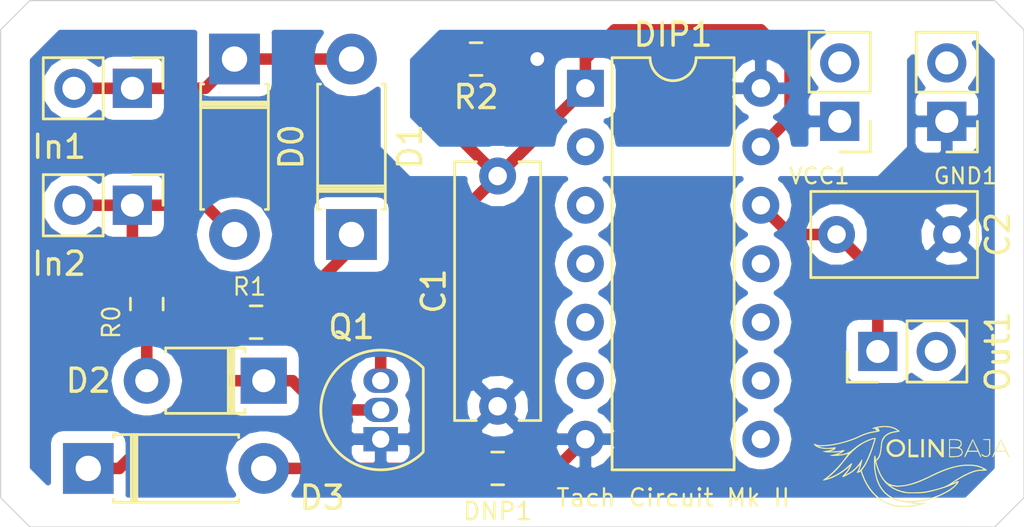
<source format=kicad_pcb>
(kicad_pcb (version 20211014) (generator pcbnew)
  (layers (0 "F.Cu" signal) (31 "B.Cu" signal) (34 "B.Paste" user) (35 "F.Paste" user) (36 "B.SilkS" user "B.Silkscreen") (37 "F.SilkS" user "F.Silkscreen") (38 "B.Mask" user) (39 "F.Mask" user) (44 "Edge.Cuts" user))
  (net 0 "")
  (net 1 "GND")
  (net 2 "Net-(C1-Pad1)")
  (net 3 "Net-(C2-Pad1)")
  (net 4 "Net-(D0-Pad2)")
  (net 5 "Net-(D0-Pad1)")
  (net 6 "Net-(D1-Pad1)")
  (net 7 "Net-(D2-Pad2)")
  (net 8 "Net-(D2-Pad1)")
  (net 9 "Net-(D3-Pad2)")
  (net 10 "Net-(DIP1-Pad9)")
  (net 11 "+5V")
  (net 12 "Net-(DIP1-Pad11)")
  (net 13 "Net-(DIP1-Pad10)")
  (net 14 "Net-(DIP1-Pad6)")
  (net 15 "Net-(DIP1-Pad5)")
  (net 16 "Net-(DIP1-Pad4)")
  (net 17 "Net-(DIP1-Pad3)")
  (net 18 "Net-(DIP1-Pad2)")
  (net 19 "Net-(DIP1-Pad8)")
  (footprint "Capacitor_THT:C_Rect_L11.0mm_W3.5mm_P10.00mm_MKT" (layer "F.Cu") (at 144.78 -99.06 -90)
    (fp_text reference "C1" (at 5 2.78 -90) (layer "F.SilkS"))
    (fp_text value "2200pF")
    (fp_line (start 10.62 0.925) (end 10.62 1.87) (layer "F.SilkS") (width 0.12))
    (fp_line (start -0.62 0.925) (end -0.62 1.87) (layer "F.SilkS") (width 0.12))
    (fp_line (start -0.62 1.87) (end 10.62 1.87) (layer "F.SilkS") (width 0.12))
    (fp_line (start 10.62 -1.87) (end 10.62 -0.925) (layer "F.SilkS") (width 0.12))
    (fp_line (start -0.62 -1.87) (end 10.62 -1.87) (layer "F.SilkS") (width 0.12))
    (fp_line (start -0.62 -1.87) (end -0.62 -0.925) (layer "F.SilkS") (width 0.12))
    (pad "1" thru_hole circle locked (at 0 0 270) (size 1.6 1.6) (drill 0.8) (layers *.Cu *.Mask) (net 2 "Net-(C1-Pad1)"))
    (pad "2" thru_hole circle locked (at 10 0 270) (size 1.6 1.6) (drill 0.8) (layers *.Cu *.Mask) (net 1 "GND"))
  )
  (footprint "Capacitor_THT:C_Rect_L7.0mm_W3.5mm_P5.00mm" (layer "F.Cu") (at 159.5 -96.52)
    (fp_text reference "C2" (at 7 0 90) (layer "F.SilkS"))
    (fp_text value "39nF")
    (fp_line (start -1.12 1.87) (end 6.12 1.87) (layer "F.SilkS") (width 0.12))
    (fp_line (start 6.12 -1.87) (end 6.12 1.87) (layer "F.SilkS") (width 0.12))
    (fp_line (start -1.12 -1.87) (end -1.12 1.87) (layer "F.SilkS") (width 0.12))
    (fp_line (start -1.12 -1.87) (end 6.12 -1.87) (layer "F.SilkS") (width 0.12))
    (pad "1" thru_hole circle locked (at 0 0) (size 1.6 1.6) (drill 0.8) (layers *.Cu *.Mask) (net 3 "Net-(C2-Pad1)"))
    (pad "2" thru_hole circle locked (at 5 0) (size 1.6 1.6) (drill 0.8) (layers *.Cu *.Mask) (net 1 "GND"))
  )
  (footprint "Diode_THT:D_DO-41_SOD81_P7.62mm_Horizontal" (layer "F.Cu") (at 133.35 -104.14 -90)
    (fp_text reference "D0" (at 3.81 -2.47 -90) (layer "F.SilkS"))
    (fp_text value "1N4007")
    (fp_line (start 1.99 -1.47) (end 1.99 1.47) (layer "F.SilkS") (width 0.12))
    (fp_line (start 2.11 -1.47) (end 2.11 1.47) (layer "F.SilkS") (width 0.12))
    (fp_line (start 1.09 1.47) (end 6.53 1.47) (layer "F.SilkS") (width 0.12))
    (fp_line (start 6.53 -1.47) (end 6.53 -1.34) (layer "F.SilkS") (width 0.12))
    (fp_line (start 6.53 1.47) (end 6.53 1.34) (layer "F.SilkS") (width 0.12))
    (fp_line (start 1.09 -1.47) (end 6.53 -1.47) (layer "F.SilkS") (width 0.12))
    (fp_line (start 1.87 -1.47) (end 1.87 1.47) (layer "F.SilkS") (width 0.12))
    (fp_line (start 1.09 1.34) (end 1.09 1.47) (layer "F.SilkS") (width 0.12))
    (fp_line (start 1.09 -1.34) (end 1.09 -1.47) (layer "F.SilkS") (width 0.12))
    (pad "1" thru_hole rect locked (at 0 0 270) (size 2.2 2.2) (drill 1.1) (layers *.Cu *.Mask) (net 5 "Net-(D0-Pad1)"))
    (pad "2" thru_hole oval locked (at 7.62 0 270) (size 2.2 2.2) (drill 1.1) (layers *.Cu *.Mask) (net 4 "Net-(D0-Pad2)"))
  )
  (footprint "Diode_THT:D_DO-41_SOD81_P7.62mm_Horizontal" (layer "F.Cu") (at 138.43 -96.52 90)
    (fp_text reference "D1" (at 3.81 2.54 90) (layer "F.SilkS"))
    (fp_text value "1N4007")
    (fp_line (start 2.11 -1.47) (end 2.11 1.47) (layer "F.SilkS") (width 0.12))
    (fp_line (start 6.53 -1.47) (end 6.53 -1.34) (layer "F.SilkS") (width 0.12))
    (fp_line (start 1.09 1.47) (end 6.53 1.47) (layer "F.SilkS") (width 0.12))
    (fp_line (start 1.99 -1.47) (end 1.99 1.47) (layer "F.SilkS") (width 0.12))
    (fp_line (start 1.87 -1.47) (end 1.87 1.47) (layer "F.SilkS") (width 0.12))
    (fp_line (start 1.09 -1.47) (end 6.53 -1.47) (layer "F.SilkS") (width 0.12))
    (fp_line (start 6.53 1.47) (end 6.53 1.34) (layer "F.SilkS") (width 0.12))
    (fp_line (start 1.09 -1.34) (end 1.09 -1.47) (layer "F.SilkS") (width 0.12))
    (fp_line (start 1.09 1.34) (end 1.09 1.47) (layer "F.SilkS") (width 0.12))
    (pad "1" thru_hole rect locked (at 0 0 90) (size 2.2 2.2) (drill 1.1) (layers *.Cu *.Mask) (net 6 "Net-(D1-Pad1)"))
    (pad "2" thru_hole oval locked (at 7.62 0 90) (size 2.2 2.2) (drill 1.1) (layers *.Cu *.Mask) (net 5 "Net-(D0-Pad1)"))
  )
  (footprint "Diode_THT:D_T-1_P5.08mm_Horizontal" (layer "F.Cu") (at 134.62 -90.17 180)
    (fp_text reference "D2" (at 7.62 0 180) (layer "F.SilkS"))
    (fp_text value "1N4148")
    (fp_line (start 0.82 1.24) (end 0.82 1.42) (layer "F.SilkS") (width 0.12))
    (fp_line (start 4.26 1.42) (end 4.26 1.24) (layer "F.SilkS") (width 0.12))
    (fp_line (start 1.42 -1.42) (end 1.42 1.42) (layer "F.SilkS") (width 0.12))
    (fp_line (start 0.82 1.42) (end 4.26 1.42) (layer "F.SilkS") (width 0.12))
    (fp_line (start 0.82 -1.42) (end 4.26 -1.42) (layer "F.SilkS") (width 0.12))
    (fp_line (start 0.82 -1.24) (end 0.82 -1.42) (layer "F.SilkS") (width 0.12))
    (fp_line (start 4.26 -1.42) (end 4.26 -1.24) (layer "F.SilkS") (width 0.12))
    (fp_line (start 1.54 -1.42) (end 1.54 1.42) (layer "F.SilkS") (width 0.12))
    (fp_line (start 1.3 -1.42) (end 1.3 1.42) (layer "F.SilkS") (width 0.12))
    (pad "1" thru_hole rect locked (at 0 0 180) (size 2 2) (drill 1) (layers *.Cu *.Mask) (net 8 "Net-(D2-Pad1)"))
    (pad "2" thru_hole oval locked (at 5.08 0 180) (size 2 2) (drill 1) (layers *.Cu *.Mask) (net 7 "Net-(D2-Pad2)"))
  )
  (footprint "Diode_THT:D_DO-41_SOD81_P7.62mm_Horizontal" (layer "F.Cu") (at 127 -86.36)
    (fp_text reference "D3" (at 10.16 1.27) (layer "F.SilkS"))
    (fp_text value "1N4738")
    (fp_line (start 6.53 1.47) (end 6.53 1.34) (layer "F.SilkS") (width 0.12))
    (fp_line (start 6.53 -1.47) (end 6.53 -1.34) (layer "F.SilkS") (width 0.12))
    (fp_line (start 1.87 -1.47) (end 1.87 1.47) (layer "F.SilkS") (width 0.12))
    (fp_line (start 2.11 -1.47) (end 2.11 1.47) (layer "F.SilkS") (width 0.12))
    (fp_line (start 1.09 1.47) (end 6.53 1.47) (layer "F.SilkS") (width 0.12))
    (fp_line (start 1.09 1.34) (end 1.09 1.47) (layer "F.SilkS") (width 0.12))
    (fp_line (start 1.09 -1.47) (end 6.53 -1.47) (layer "F.SilkS") (width 0.12))
    (fp_line (start 1.99 -1.47) (end 1.99 1.47) (layer "F.SilkS") (width 0.12))
    (fp_line (start 1.09 -1.34) (end 1.09 -1.47) (layer "F.SilkS") (width 0.12))
    (pad "1" thru_hole rect locked (at 0 0) (size 2.2 2.2) (drill 1.1) (layers *.Cu *.Mask) (net 8 "Net-(D2-Pad1)"))
    (pad "2" thru_hole oval locked (at 7.62 0) (size 2.2 2.2) (drill 1.1) (layers *.Cu *.Mask) (net 9 "Net-(D3-Pad2)"))
  )
  (footprint "Package_DIP:DIP-14_W7.62mm" (layer "F.Cu") (at 148.59 -102.87)
    (fp_text reference "DIP1" (at 3.81 -2.33) (layer "F.SilkS"))
    (fp_text value "SN74HC14N")
    (fp_line (start 1.16 -1.33) (end 1.16 16.57) (layer "F.SilkS") (width 0.12))
    (fp_line (start 6.46 16.57) (end 6.46 -1.33) (layer "F.SilkS") (width 0.12))
    (fp_line (start 6.46 -1.33) (end 4.81 -1.33) (layer "F.SilkS") (width 0.12))
    (fp_line (start 1.16 16.57) (end 6.46 16.57) (layer "F.SilkS") (width 0.12))
    (fp_line (start 2.81 -1.33) (end 1.16 -1.33) (layer "F.SilkS") (width 0.12))
    (fp_arc (start 4.81 -1.33) (mid 3.81 -0.33) (end 2.81 -1.33) (layer "F.SilkS") (width 0.12))
    (pad "1" thru_hole rect locked (at 0 0) (size 1.6 1.6) (drill 0.8) (layers *.Cu *.Mask) (net 2 "Net-(C1-Pad1)"))
    (pad "2" thru_hole oval locked (at 0 2.54) (size 1.6 1.6) (drill 0.8) (layers *.Cu *.Mask) (net 18 "Net-(DIP1-Pad2)"))
    (pad "3" thru_hole oval locked (at 0 5.08) (size 1.6 1.6) (drill 0.8) (layers *.Cu *.Mask) (net 17 "Net-(DIP1-Pad3)"))
    (pad "4" thru_hole oval locked (at 0 7.62) (size 1.6 1.6) (drill 0.8) (layers *.Cu *.Mask) (net 16 "Net-(DIP1-Pad4)"))
    (pad "5" thru_hole oval locked (at 0 10.16) (size 1.6 1.6) (drill 0.8) (layers *.Cu *.Mask) (net 15 "Net-(DIP1-Pad5)"))
    (pad "6" thru_hole oval locked (at 0 12.7) (size 1.6 1.6) (drill 0.8) (layers *.Cu *.Mask) (net 14 "Net-(DIP1-Pad6)"))
    (pad "7" thru_hole oval locked (at 0 15.24) (size 1.6 1.6) (drill 0.8) (layers *.Cu *.Mask) (net 1 "GND"))
    (pad "8" thru_hole oval locked (at 7.62 15.24) (size 1.6 1.6) (drill 0.8) (layers *.Cu *.Mask) (net 19 "Net-(DIP1-Pad8)"))
    (pad "9" thru_hole oval locked (at 7.62 12.7) (size 1.6 1.6) (drill 0.8) (layers *.Cu *.Mask) (net 10 "Net-(DIP1-Pad9)"))
    (pad "10" thru_hole oval locked (at 7.62 10.16) (size 1.6 1.6) (drill 0.8) (layers *.Cu *.Mask) (net 13 "Net-(DIP1-Pad10)"))
    (pad "11" thru_hole oval locked (at 7.62 7.62) (size 1.6 1.6) (drill 0.8) (layers *.Cu *.Mask) (net 12 "Net-(DIP1-Pad11)"))
    (pad "12" thru_hole oval locked (at 7.62 5.08) (size 1.6 1.6) (drill 0.8) (layers *.Cu *.Mask) (net 3 "Net-(C2-Pad1)"))
    (pad "13" thru_hole oval locked (at 7.62 2.54) (size 1.6 1.6) (drill 0.8) (layers *.Cu *.Mask) (net 2 "Net-(C1-Pad1)"))
    (pad "14" thru_hole oval locked (at 7.62 0) (size 1.6 1.6) (drill 0.8) (layers *.Cu *.Mask) (net 11 "+5V"))
  )
  (footprint "Resistor_SMD:R_0805_2012Metric" (layer "F.Cu") (at 144.78 -86.36)
    (fp_text reference "DNP1" (at 0 1.86) (layer "F.SilkS") (effects (font (size 0.75 0.75) (thickness 0.1))))
    (fp_text value "DNP")
    (fp_line (start -0.258578 0.71) (end 0.258578 0.71) (layer "F.SilkS") (width 0.12))
    (fp_line (start -0.258578 -0.71) (end 0.258578 -0.71) (layer "F.SilkS") (width 0.12))
    (pad "1" smd roundrect locked (at -0.9375 0) (size 0.975 1.4) (layers "F.Cu" "F.Paste" "F.Mask") (net 9 "Net-(D3-Pad2)"))
    (pad "2" smd roundrect locked (at 0.9375 0) (size 0.975 1.4) (layers "F.Cu" "F.Paste" "F.Mask") (net 1 "GND"))
  )
  (footprint "Connector_PinHeader_2.54mm:PinHeader_1x02_P2.54mm_Vertical" (layer "F.Cu") (at 128.915061 -102.87 -90)
    (fp_text reference "In1" (at 2.54 3.185061) (layer "F.SilkS"))
    (fp_text value "Vin +")
    (fp_line (start -1.33 3.87) (end 1.33 3.87) (layer "F.SilkS") (width 0.12))
    (fp_line (start -1.33 -1.33) (end 0 -1.33) (layer "F.SilkS") (width 0.12))
    (fp_line (start 1.33 1.27) (end 1.33 3.87) (layer "F.SilkS") (width 0.12))
    (fp_line (start -1.33 0) (end -1.33 -1.33) (layer "F.SilkS") (width 0.12))
    (fp_line (start -1.33 1.27) (end -1.33 3.87) (layer "F.SilkS") (width 0.12))
    (fp_line (start -1.33 1.27) (end 1.33 1.27) (layer "F.SilkS") (width 0.12))
    (pad "1" thru_hole rect locked (at 0 0 270) (size 1.7 1.7) (drill 1) (layers *.Cu *.Mask) (net 5 "Net-(D0-Pad1)"))
    (pad "2" thru_hole oval locked (at 0 2.54 270) (size 1.7 1.7) (drill 1) (layers *.Cu *.Mask))
  )
  (footprint "Connector_PinHeader_2.54mm:PinHeader_1x02_P2.54mm_Vertical" (layer "F.Cu") (at 128.915061 -97.79 -90)
    (fp_text reference "In2" (at 2.54 3.185061) (layer "F.SilkS"))
    (fp_text value "Vin-")
    (fp_line (start 1.33 1.27) (end 1.33 3.87) (layer "F.SilkS") (width 0.12))
    (fp_line (start -1.33 0) (end -1.33 -1.33) (layer "F.SilkS") (width 0.12))
    (fp_line (start -1.33 3.87) (end 1.33 3.87) (layer "F.SilkS") (width 0.12))
    (fp_line (start -1.33 -1.33) (end 0 -1.33) (layer "F.SilkS") (width 0.12))
    (fp_line (start -1.33 1.27) (end -1.33 3.87) (layer "F.SilkS") (width 0.12))
    (fp_line (start -1.33 1.27) (end 1.33 1.27) (layer "F.SilkS") (width 0.12))
    (pad "1" thru_hole rect locked (at 0 0 270) (size 1.7 1.7) (drill 1) (layers *.Cu *.Mask) (net 4 "Net-(D0-Pad2)"))
    (pad "2" thru_hole oval locked (at 0 2.54 270) (size 1.7 1.7) (drill 1) (layers *.Cu *.Mask))
  )
  (footprint "Connector_PinHeader_2.54mm:PinHeader_1x02_P2.54mm_Vertical" (layer "F.Cu") (at 161.29 -91.44 90)
    (fp_text reference "Out1" (at 0 5.21 270) (layer "F.SilkS"))
    (fp_text value "Vout")
    (fp_line (start -1.33 0) (end -1.33 -1.33) (layer "F.SilkS") (width 0.12))
    (fp_line (start -1.33 1.27) (end 1.33 1.27) (layer "F.SilkS") (width 0.12))
    (fp_line (start -1.33 1.27) (end -1.33 3.87) (layer "F.SilkS") (width 0.12))
    (fp_line (start -1.33 -1.33) (end 0 -1.33) (layer "F.SilkS") (width 0.12))
    (fp_line (start -1.33 3.87) (end 1.33 3.87) (layer "F.SilkS") (width 0.12))
    (fp_line (start 1.33 1.27) (end 1.33 3.87) (layer "F.SilkS") (width 0.12))
    (pad "1" thru_hole rect locked (at 0 0 90) (size 1.7 1.7) (drill 1) (layers *.Cu *.Mask) (net 3 "Net-(C2-Pad1)"))
    (pad "2" thru_hole oval locked (at 0 2.54 90) (size 1.7 1.7) (drill 1) (layers *.Cu *.Mask))
  )
  (footprint "Package_TO_SOT_THT:TO-92_Inline" (layer "F.Cu") (at 139.7 -87.63 90)
    (fp_text reference "Q1" (at 4.87 -1.27 180) (layer "F.SilkS"))
    (fp_text value "2N3904")
    (fp_line (start -0.53 1.85) (end 3.07 1.85) (layer "F.SilkS") (width 0.12))
    (fp_arc (start 1.27 -2.6) (mid 3.672087 -0.994977) (end 3.108478 1.838478) (layer "F.SilkS") (width 0.12))
    (fp_arc (start -0.568478 1.838478) (mid -1.132087 -0.994977) (end 1.27 -2.6) (layer "F.SilkS") (width 0.12))
    (pad "1" thru_hole rect locked (at 0 0 90) (size 1.05 1.5) (drill 0.75) (layers *.Cu *.Mask) (net 1 "GND"))
    (pad "2" thru_hole oval locked (at 1.27 0 90) (size 1.05 1.5) (drill 0.75) (layers *.Cu *.Mask) (net 8 "Net-(D2-Pad1)"))
    (pad "3" thru_hole oval locked (at 2.54 0 90) (size 1.05 1.5) (drill 0.75) (layers *.Cu *.Mask) (net 2 "Net-(C1-Pad1)"))
  )
  (footprint "Resistor_SMD:R_0805_2012Metric" (layer "F.Cu") (at 129.54 -93.5 -90)
    (fp_text reference "R0" (at 0.79 1.54 -90) (layer "F.SilkS") (effects (font (size 0.75 0.75) (thickness 0.1))))
    (fp_text value "10k")
    (fp_line (start -0.258578 0.71) (end 0.258578 0.71) (layer "F.SilkS") (width 0.12))
    (fp_line (start -0.258578 -0.71) (end 0.258578 -0.71) (layer "F.SilkS") (width 0.12))
    (pad "1" smd roundrect locked (at -0.9375 0 270) (size 0.975 1.4) (layers "F.Cu" "F.Paste" "F.Mask") (net 4 "Net-(D0-Pad2)"))
    (pad "2" smd roundrect locked (at 0.9375 0 270) (size 0.975 1.4) (layers "F.Cu" "F.Paste" "F.Mask") (net 7 "Net-(D2-Pad2)"))
  )
  (footprint "Resistor_SMD:R_0805_2012Metric" (layer "F.Cu") (at 134.2875 -92.71)
    (fp_text reference "R1" (at -0.2875 -1.54) (layer "F.SilkS") (effects (font (size 0.75 0.75) (thickness 0.1))))
    (fp_text value "10k")
    (fp_line (start -0.258578 0.71) (end 0.258578 0.71) (layer "F.SilkS") (width 0.12))
    (fp_line (start -0.258578 -0.71) (end 0.258578 -0.71) (layer "F.SilkS") (width 0.12))
    (pad "1" smd roundrect locked (at -0.9375 0) (size 0.975 1.4) (layers "F.Cu" "F.Paste" "F.Mask") (net 7 "Net-(D2-Pad2)"))
    (pad "2" smd roundrect locked (at 0.9375 0) (size 0.975 1.4) (layers "F.Cu" "F.Paste" "F.Mask") (net 6 "Net-(D1-Pad1)"))
  )
  (footprint "Resistor_SMD:R_0805_2012Metric" (layer "F.Cu") (at 143.8425 -104.14 180)
    (fp_text reference "R2" (at 0 -1.65 180) (layer "F.SilkS"))
    (fp_text value "4.7k")
    (fp_line (start -0.258578 -0.71) (end 0.258578 -0.71) (layer "F.SilkS") (width 0.12))
    (fp_line (start -0.258578 0.71) (end 0.258578 0.71) (layer "F.SilkS") (width 0.12))
    (pad "1" smd roundrect locked (at -0.9375 0 180) (size 0.975 1.4) (layers "F.Cu" "F.Paste" "F.Mask") (net 11 "+5V"))
    (pad "2" smd roundrect locked (at 0.9375 0 180) (size 0.975 1.4) (layers "F.Cu" "F.Paste" "F.Mask") (net 2 "Net-(C1-Pad1)"))
  )
  (footprint "Connector_PinHeader_2.54mm:PinHeader_1x02_P2.54mm_Vertical" (layer "F.Cu") (at 164.286385 -101.433263 180)
    (fp_text reference "GND1" (at -0.813615 -2.373263 180) (layer "F.SilkS") (effects (font (size 0.69 0.69) (thickness 0.1))))
    (fp_text value "GND" hide)
    (fp_line (start -1.33 0) (end -1.33 -1.33) (layer "F.SilkS") (width 0.12))
    (fp_line (start -1.33 3.87) (end 1.33 3.87) (layer "F.SilkS") (width 0.12))
    (fp_line (start -1.33 1.27) (end 1.33 1.27) (layer "F.SilkS") (width 0.12))
    (fp_line (start -1.33 -1.33) (end 0 -1.33) (layer "F.SilkS") (width 0.12))
    (fp_line (start -1.33 1.27) (end -1.33 3.87) (layer "F.SilkS") (width 0.12))
    (fp_line (start 1.33 1.27) (end 1.33 3.87) (layer "F.SilkS") (width 0.12))
    (pad "1" thru_hole rect locked (at 0 0 180) (size 1.7 1.7) (drill 1) (layers *.Cu *.Mask) (net 1 "GND"))
    (pad "2" thru_hole oval locked (at 0 2.54 180) (size 1.7 1.7) (drill 1) (layers *.Cu *.Mask))
  )
  (footprint "Connector_PinHeader_2.54mm:PinHeader_1x02_P2.54mm_Vertical" (layer "F.Cu") (at 159.636385 -101.433263 180)
    (fp_text reference "VCC1" (at 0.886385 -2.373263 180) (layer "F.SilkS") (effects (font (size 0.69 0.69) (thickness 0.1))))
    (fp_text value "5V" hide)
    (fp_line (start -1.33 -1.33) (end 0 -1.33) (layer "F.SilkS") (width 0.12))
    (fp_line (start -1.33 0) (end -1.33 -1.33) (layer "F.SilkS") (width 0.12))
    (fp_line (start -1.33 1.27) (end -1.33 3.87) (layer "F.SilkS") (width 0.12))
    (fp_line (start -1.33 1.27) (end 1.33 1.27) (layer "F.SilkS") (width 0.12))
    (fp_line (start -1.33 3.87) (end 1.33 3.87) (layer "F.SilkS") (width 0.12))
    (fp_line (start 1.33 1.27) (end 1.33 3.87) (layer "F.SilkS") (width 0.12))
    (pad "1" thru_hole rect locked (at 0 0 180) (size 1.7 1.7) (drill 1) (layers *.Cu *.Mask) (net 11 "+5V"))
    (pad "2" thru_hole oval locked (at 0 2.54 180) (size 1.7 1.7) (drill 1) (layers *.Cu *.Mask))
  )
  (footprint "TestBaja:Baja_Logo_Tach" (layer "F.Cu") (at 163.83 -86.36)
    (fp_text reference "G***" hide)
    (fp_text value "LOGO" hide)
    (fp_poly (pts (xy -1.1176 -0.592667) (xy -0.778934 -0.592667) (xy -0.778934 -0.491067) (xy -1.202267 -0.491067) (xy -1.202267 -1.27) (xy -1.1176 -1.27) (xy -1.1176 -0.592667)) (layer "F.SilkS") (width 0.01) (fill solid))
    (fp_poly (pts (xy -1.685158 -1.263472) (xy -1.584304 -1.232725) (xy -1.491262 -1.173884) (xy -1.488543 -1.171576) (xy -1.415529 -1.088405) (xy -1.370622 -0.99177) (xy -1.354345 -0.887851) (xy -1.367216 -0.782827) (xy -1.409757 -0.682879) (xy -1.443367 -0.635461) (xy -1.520559 -0.567085) (xy -1.617447 -0.520311) (xy -1.725921 -0.497406) (xy -1.837872 -0.500638) (xy -1.887483 -0.511296) (xy -1.950066 -0.541375) (xy -2.021012 -0.597226) (xy -2.042029 -0.61742) (xy -2.113187 -0.706461) (xy -2.151807 -0.800543) (xy -2.156053 -0.859788) (xy -2.057134 -0.859788) (xy -2.036266 -0.778334) (xy -1.991631 -0.706918) (xy -1.92825 -0.649584) (xy -1.851144 -0.610377) (xy -1.765334 -0.593345) (xy -1.675843 -0.602531) (xy -1.637492 -0.615544) (xy -1.57639 -0.654197) (xy -1.520151 -0.712026) (xy -1.478634 -0.777355) (xy -1.463572 -0.821503) (xy -1.461076 -0.91817) (xy -1.487914 -1.006283) (xy -1.539723 -1.080708) (xy -1.612145 -1.136308) (xy -1.700818 -1.167948) (xy -1.762269 -1.173278) (xy -1.859036 -1.156373) (xy -1.942489 -1.110689) (xy -2.00742 -1.040324) (xy -2.048626 -0.94938) (xy -2.049212 -0.947234) (xy -2.057134 -0.859788) (xy -2.156053 -0.859788) (xy -2.1592 -0.903693) (xy -2.152338 -0.956039) (xy -2.117858 -1.057085) (xy -2.058835 -1.140543) (xy -1.980661 -1.204661) (xy -1.888728 -1.24769) (xy -1.78843 -1.267877) (xy -1.685158 -1.263472)) (layer "F.SilkS") (width 0.01) (fill solid))
    (fp_poly (pts (xy 2.814491 -1.255289) (xy 2.836801 -1.214941) (xy 2.868259 -1.153853) (xy 2.906461 -1.077084) (xy 2.949004 -0.989692) (xy 2.993484 -0.896737) (xy 3.037499 -0.803277) (xy 3.078644 -0.714372) (xy 3.114517 -0.63508) (xy 3.142714 -0.57046) (xy 3.160831 -0.525571) (xy 3.166533 -0.50618) (xy 3.160668 -0.488476) (xy 3.144458 -0.499671) (xy 3.119977 -0.537158) (xy 3.089303 -0.598329) (xy 3.0842 -0.6096) (xy 3.031199 -0.728133) (xy 2.806766 -0.728044) (xy 2.582333 -0.727956) (xy 2.528657 -0.609511) (xy 2.500724 -0.553144) (xy 2.475449 -0.511329) (xy 2.457543 -0.49167) (xy 2.455279 -0.491067) (xy 2.440522 -0.501293) (xy 2.441222 -0.507097) (xy 2.457468 -0.548137) (xy 2.484175 -0.609851) (xy 2.518959 -0.687227) (xy 2.557392 -0.7708) (xy 2.607733 -0.7708) (xy 2.623574 -0.767399) (xy 2.666729 -0.76461) (xy 2.730647 -0.762715) (xy 2.808778 -0.762) (xy 3.013278 -0.762) (xy 2.95279 -0.893233) (xy 2.917639 -0.970057) (xy 2.881416 -1.050119) (xy 2.851427 -1.117265) (xy 2.84902 -1.122719) (xy 2.805737 -1.220972) (xy 2.706735 -1.000286) (xy 2.671363 -0.920854) (xy 2.641577 -0.852854) (xy 2.61986 -0.802039) (xy 2.608693 -0.774164) (xy 2.607733 -0.7708) (xy 2.557392 -0.7708) (xy 2.55944 -0.775253) (xy 2.603235 -0.868919) (xy 2.647962 -0.963211) (xy 2.691239 -1.053119) (xy 2.730685 -1.13363) (xy 2.763917 -1.199733) (xy 2.788553 -1.246416) (xy 2.802212 -1.268668) (xy 2.803733 -1.269838) (xy 2.814491 -1.255289)) (layer "F.SilkS") (width 0.01) (fill solid))
    (fp_poly (pts (xy -0.271769 -1.266839) (xy -0.252573 -1.26178) (xy -0.230952 -1.248416) (xy -0.203904 -1.223422) (xy -0.16843 -1.183474) (xy -0.121528 -1.125244) (xy -0.060199 -1.045408) (xy -0.000835 -0.966558) (xy 0.220133 -0.671582) (xy 0.220133 -1.27) (xy 0.321733 -1.27) (xy 0.321733 -0.491067) (xy 0.271679 -0.491067) (xy 0.253469 -0.493343) (xy 0.234183 -0.50237) (xy 0.210767 -0.521447) (xy 0.180169 -0.55387) (xy 0.139333 -0.602939) (xy 0.085207 -0.67195) (xy 0.014736 -0.764202) (xy -0.003488 -0.78824) (xy -0.2286 -1.085413) (xy -0.233225 -0.78824) (xy -0.237849 -0.491067) (xy -0.321734 -0.491067) (xy -0.321734 -1.272146) (xy -0.271769 -1.266839)) (layer "F.SilkS") (width 0.01) (fill solid))
    (fp_poly (pts (xy 2.3368 -0.610134) (xy 2.290233 -0.559806) (xy 2.226809 -0.513092) (xy 2.153357 -0.498533) (xy 2.070964 -0.516293) (xy 2.052908 -0.524014) (xy 2.000342 -0.554908) (xy 1.96983 -0.586755) (xy 1.965677 -0.614446) (xy 1.970708 -0.621686) (xy 1.988889 -0.618976) (xy 2.018187 -0.597779) (xy 2.019366 -0.596683) (xy 2.085289 -0.551804) (xy 2.153036 -0.535046) (xy 2.216112 -0.546621) (xy 2.268018 -0.586741) (xy 2.269447 -0.58853) (xy 2.281522 -0.606507) (xy 2.290307 -0.628657) (xy 2.296316 -0.660289) (xy 2.300065 -0.706715) (xy 2.302069 -0.773246) (xy 2.302844 -0.865193) (xy 2.302933 -0.933617) (xy 2.302933 -1.236133) (xy 2.167466 -1.236133) (xy 2.10038 -1.238114) (xy 2.053237 -1.24352) (xy 2.032451 -1.251552) (xy 2.031999 -1.253066) (xy 2.047985 -1.26118) (xy 2.092234 -1.266968) (xy 2.15919 -1.269812) (xy 2.184399 -1.27) (xy 2.3368 -1.27) (xy 2.3368 -0.610134)) (layer "F.SilkS") (width 0.01) (fill solid))
    (fp_poly (pts (xy -2.128167 -1.839421) (xy -1.957089 -1.811758) (xy -1.813024 -1.760301) (xy -1.745824 -1.725545) (xy -1.683337 -1.688032) (xy -1.632413 -1.652451) (xy -1.599906 -1.62349) (xy -1.591734 -1.608872) (xy -1.60732 -1.601302) (xy -1.649098 -1.591615) (xy -1.709593 -1.58139) (xy -1.744777 -1.576537) (xy -1.907126 -1.546149) (xy -2.041608 -1.499403) (xy -2.150801 -1.434771) (xy -2.237284 -1.350726) (xy -2.303635 -1.245741) (xy -2.303749 -1.24551) (xy -2.327729 -1.193592) (xy -2.344453 -1.146475) (xy -2.355934 -1.094781) (xy -2.364187 -1.029134) (xy -2.371225 -0.940154) (xy -2.372095 -0.927282) (xy -2.3903 -0.758034) (xy -2.420215 -0.61466) (xy -2.461251 -0.498868) (xy -2.512819 -0.412367) (xy -2.567541 -0.361107) (xy -2.595846 -0.337109) (xy -2.603664 -0.307881) (xy -2.599127 -0.272333) (xy -2.577994 -0.184271) (xy -2.54521 -0.07742) (xy -2.504778 0.036981) (xy -2.460706 0.147692) (xy -2.416997 0.243471) (xy -2.411311 0.254708) (xy -2.323506 0.406889) (xy -2.230787 0.527683) (xy -2.129233 0.619556) (xy -2.014924 0.684973) (xy -1.883941 0.726398) (xy -1.732365 0.746299) (xy -1.6256 0.748902) (xy -1.454906 0.7381) (xy -1.272121 0.707909) (xy -1.075026 0.657621) (xy -0.861401 0.58653) (xy -0.629026 0.493928) (xy -0.375682 0.37911) (xy -0.211667 0.29875) (xy 0.045038 0.175961) (xy 0.284725 0.074678) (xy 0.51428 -0.007582) (xy 0.740586 -0.073303) (xy 0.95385 -0.121693) (xy 1.09102 -0.142905) (xy 1.240885 -0.155806) (xy 1.394507 -0.160392) (xy 1.542951 -0.156661) (xy 1.677281 -0.144612) (xy 1.788562 -0.124242) (xy 1.797542 -0.121892) (xy 1.876839 -0.096965) (xy 1.959215 -0.065161) (xy 2.03844 -0.029619) (xy 2.108287 0.006523) (xy 2.162526 0.040125) (xy 2.19493 0.068049) (xy 2.201333 0.081587) (xy 2.185526 0.086278) (xy 2.142613 0.090275) (xy 2.079351 0.093124) (xy 2.010833 0.094331) (xy 1.89104 0.099518) (xy 1.778058 0.114858) (xy 1.664628 0.142393) (xy 1.543491 0.184164) (xy 1.40739 0.242213) (xy 1.295399 0.295558) (xy 1.198105 0.345151) (xy 1.097027 0.39969) (xy 0.998047 0.4557) (xy 0.907052 0.509707) (xy 0.829924 0.558238) (xy 0.772547 0.597819) (xy 0.745066 0.620465) (xy 0.731052 0.636475) (xy 0.741342 0.636728) (xy 0.765656 0.628149) (xy 0.810258 0.609303) (xy 0.864976 0.58353) (xy 0.880537 0.575731) (xy 0.934494 0.552905) (xy 0.963595 0.552768) (xy 0.968591 0.575848) (xy 0.950233 0.622673) (xy 0.949494 0.624127) (xy 0.909966 0.682181) (xy 0.847423 0.751078) (xy 0.768338 0.825007) (xy 0.679186 0.898158) (xy 0.58644 0.964718) (xy 0.531897 0.998992) (xy 0.263023 1.141205) (xy -0.021149 1.260476) (xy -0.313616 1.354505) (xy -0.607377 1.420989) (xy -0.852483 1.454091) (xy -0.92768 1.461537) (xy -0.989544 1.468864) (xy -1.030818 1.475133) (xy -1.044185 1.478807) (xy -1.034973 1.485296) (xy -0.998569 1.491323) (xy -0.941649 1.496557) (xy -0.870889 1.500664) (xy -0.792963 1.503311) (xy -0.714547 1.504166) (xy -0.642316 1.502894) (xy -0.6027 1.500831) (xy -0.535945 1.497448) (xy -0.488609 1.497773) (xy -0.466448 1.501641) (xy -0.466454 1.504716) (xy -0.49078 1.516347) (xy -0.541207 1.533613) (xy -0.610828 1.554585) (xy -0.692731 1.577331) (xy -0.78001 1.599923) (xy -0.865754 1.620429) (xy -0.931334 1.634589) (xy -1.005439 1.645754) (xy -1.10321 1.655055) (xy -1.216169 1.662225) (xy -1.335838 1.666997) (xy -1.453741 1.669102) (xy -1.561401 1.668274) (xy -1.65034 1.664245) (xy -1.700365 1.658851) (xy -1.939609 1.604337) (xy -2.166594 1.518858) (xy -2.379365 1.403713) (xy -2.575967 1.260199) (xy -2.754444 1.089613) (xy -2.912842 0.893252) (xy -2.960616 0.822642) (xy -3.046368 0.678185) (xy -3.127488 0.51951) (xy -3.196583 0.361684) (xy -3.227229 0.2794) (xy -3.248897 0.217166) (xy -3.26625 0.168596) (xy -3.27649 0.141473) (xy -3.277902 0.138452) (xy -3.29386 0.141653) (xy -3.327697 0.156688) (xy -3.333453 0.159618) (xy -3.380263 0.178332) (xy -3.421193 0.186265) (xy -3.42164 0.186267) (xy -3.446012 0.184076) (xy -3.447196 0.171354) (xy -3.430917 0.144482) (xy -3.40672 0.099998) (xy -3.377345 0.035389) (xy -3.347909 -0.037208) (xy -3.323526 -0.105652) (xy -3.318005 -0.123416) (xy -3.316145 -0.139897) (xy -3.327282 -0.137603) (xy -3.354058 -0.114505) (xy -3.399119 -0.068573) (xy -3.424149 -0.041969) (xy -3.488637 0.023179) (xy -3.559133 0.088224) (xy -3.624092 0.142712) (xy -3.647939 0.160645) (xy -3.7032 0.19694) (xy -3.771818 0.237447) (xy -3.846542 0.278427) (xy -3.920119 0.31614) (xy -3.985296 0.346847) (xy -4.03482 0.366807) (xy -4.058871 0.372534) (xy -4.079345 0.363956) (xy -4.070893 0.338495) (xy -4.033708 0.296554) (xy -4.013188 0.277374) (xy -3.925716 0.184183) (xy -3.83784 0.06357) (xy -3.783408 -0.0254) (xy -3.734919 -0.110066) (xy -3.83596 -0.023323) (xy -4.040864 0.137253) (xy -4.253482 0.274822) (xy -4.467506 0.385528) (xy -4.582477 0.43317) (xy -4.648201 0.455994) (xy -4.72048 0.478077) (xy -4.791626 0.497461) (xy -4.853952 0.512187) (xy -4.89977 0.520294) (xy -4.921394 0.519823) (xy -4.921626 0.519619) (xy -4.911647 0.507518) (xy -4.879293 0.479841) (xy -4.829692 0.440773) (xy -4.825692 0.43777) (xy -4.741244 0.43777) (xy -4.728142 0.437813) (xy -4.689806 0.426091) (xy -4.623327 0.401927) (xy -4.618954 0.400282) (xy -4.404116 0.305089) (xy -4.190718 0.183483) (xy -3.988857 0.041793) (xy -3.826737 -0.096399) (xy -3.753024 -0.163669) (xy -3.701184 -0.205461) (xy -3.670383 -0.221429) (xy -3.65979 -0.211226) (xy -3.668574 -0.174505) (xy -3.695902 -0.110917) (xy -3.723977 -0.053499) (xy -3.76362 0.021373) (xy -3.805463 0.090738) (xy -3.855847 0.164317) (xy -3.921115 0.251827) (xy -3.935074 0.269992) (xy -3.933454 0.276288) (xy -3.909185 0.267244) (xy -3.867944 0.246078) (xy -3.81541 0.216011) (xy -3.75726 0.180262) (xy -3.699173 0.142053) (xy -3.6576 0.112641) (xy -3.508687 -0.015578) (xy -3.376699 -0.166128) (xy -3.308105 -0.265374) (xy -3.2725 -0.321209) (xy -3.243671 -0.364013) (xy -3.226136 -0.387178) (xy -3.223281 -0.389467) (xy -3.219164 -0.374524) (xy -3.223911 -0.334262) (xy -3.23579 -0.275527) (xy -3.25307 -0.205165) (xy -3.274021 -0.130023) (xy -3.296909 -0.056949) (xy -3.320006 0.007212) (xy -3.329255 0.029634) (xy -3.347669 0.077221) (xy -3.355832 0.109483) (xy -3.353438 0.118534) (xy -3.331297 0.105444) (xy -3.295445 0.070248) (xy -3.2509 0.019056) (xy -3.202681 -0.042023) (xy -3.155808 -0.10688) (xy -3.115299 -0.169405) (xy -3.111127 -0.176422) (xy -3.050308 -0.289718) (xy -2.984664 -0.429516) (xy -2.916805 -0.589277) (xy -2.849341 -0.762463) (xy -2.784881 -0.942535) (xy -2.726035 -1.122954) (xy -2.703365 -1.198134) (xy -2.677233 -1.287135) (xy -2.722917 -1.276395) (xy -2.791561 -1.25597) (xy -2.879578 -1.22369) (xy -2.976602 -1.183899) (xy -3.072263 -1.140941) (xy -3.156195 -1.09916) (xy -3.188159 -1.081447) (xy -3.401056 -0.940127) (xy -3.606319 -0.767515) (xy -3.80471 -0.562897) (xy -3.996992 -0.325561) (xy -3.999845 -0.321733) (xy -4.198026 -0.075522) (xy -4.404684 0.142552) (xy -4.566859 0.288572) (xy -4.627634 0.339322) (xy -4.679458 0.382628) (xy -4.716423 0.413552) (xy -4.732021 0.426642) (xy -4.741244 0.43777) (xy -4.825692 0.43777) (xy -4.771469 0.397066) (xy -4.651904 0.301551) (xy -4.520697 0.183512) (xy -4.383993 0.049248) (xy -4.247932 -0.094942) (xy -4.118657 -0.242759) (xy -4.002312 -0.387905) (xy -3.989692 -0.404602) (xy -3.933425 -0.481091) (xy -3.887565 -0.546427) (xy -3.854692 -0.596673) (xy -3.837383 -0.62789) (xy -3.838008 -0.636226) (xy -3.929013 -0.608226) (xy -4.042948 -0.583965) (xy -4.168963 -0.564803) (xy -4.296207 -0.552099) (xy -4.413827 -0.547212) (xy -4.510972 -0.551502) (xy -4.512734 -0.551703) (xy -4.614334 -0.563453) (xy -4.453467 -0.600096) (xy -4.374249 -0.620213) (xy -4.297333 -0.643346) (xy -4.228831 -0.667197) (xy -4.174857 -0.689464) (xy -4.141524 -0.707849) (xy -4.134843 -0.719953) (xy -4.154752 -0.721699) (xy -4.197035 -0.717284) (xy -4.232904 -0.711281) (xy -4.294462 -0.703556) (xy -4.377496 -0.698549) (xy -4.473686 -0.696178) (xy -4.574716 -0.696362) (xy -4.672265 -0.69902) (xy -4.758015 -0.704069) (xy -4.823649 -0.711428) (xy -4.8514 -0.717357) (xy -4.919134 -0.737844) (xy -4.745683 -0.766391) (xy -4.665084 -0.781779) (xy -4.59023 -0.799805) (xy -4.531893 -0.817701) (xy -4.509791 -0.826973) (xy -4.44735 -0.859007) (xy -4.653099 -0.850533) (xy -4.829429 -0.8515) (xy -4.983857 -0.869394) (xy -5.114142 -0.903661) (xy -5.218043 -0.953748) (xy -5.242333 -0.973666) (xy -5.165644 -0.973666) (xy -5.098106 -0.945018) (xy -4.962262 -0.903459) (xy -4.80472 -0.883805) (xy -4.629899 -0.886397) (xy -4.512761 -0.899624) (xy -4.450515 -0.907601) (xy -4.402238 -0.911393) (xy -4.376783 -0.91036) (xy -4.37523 -0.909541) (xy -4.373645 -0.88711) (xy -4.393387 -0.854848) (xy -4.427584 -0.821677) (xy -4.458202 -0.80177) (xy -4.510023 -0.778724) (xy -4.571983 -0.756167) (xy -4.588934 -0.750882) (xy -4.61793 -0.741704) (xy -4.628962 -0.735774) (xy -4.618688 -0.732731) (xy -4.583767 -0.732218) (xy -4.520857 -0.733874) (xy -4.453467 -0.736317) (xy -4.360507 -0.741616) (xy -4.269013 -0.749914) (xy -4.190223 -0.760019) (xy -4.140201 -0.769493) (xy -4.080339 -0.783109) (xy -4.029792 -0.79249) (xy -4.005119 -0.795263) (xy -3.985047 -0.793499) (xy -3.986849 -0.782555) (xy -4.011922 -0.755604) (xy -4.013585 -0.753939) (xy -4.049758 -0.724535) (xy -4.104311 -0.687711) (xy -4.165448 -0.651426) (xy -4.165601 -0.651342) (xy -4.275667 -0.590672) (xy -4.176147 -0.601623) (xy -3.997674 -0.632469) (xy -3.842709 -0.68405) (xy -3.70663 -0.758237) (xy -3.615267 -0.828884) (xy -3.548719 -0.884821) (xy -3.470579 -0.946559) (xy -3.397388 -1.001044) (xy -3.395134 -1.002649) (xy -3.30722 -1.060715) (xy -3.211254 -1.116583) (xy -3.111208 -1.168753) (xy -3.011053 -1.215722) (xy -2.914762 -1.255991) (xy -2.826307 -1.288059) (xy -2.74966 -1.310425) (xy -2.688793 -1.321587) (xy -2.647678 -1.320046) (xy -2.630287 -1.304299) (xy -2.63156 -1.291166) (xy -2.640211 -1.263066) (xy -2.656206 -1.210972) (xy -2.676972 -1.143274) (xy -2.692368 -1.093051) (xy -2.782183 -0.818442) (xy -2.874315 -0.572861) (xy -2.96826 -0.357436) (xy -3.063516 -0.173293) (xy -3.159578 -0.021558) (xy -3.187889 0.016708) (xy -3.246343 0.092683) (xy -3.200459 0.228375) (xy -3.103129 0.472608) (xy -2.982721 0.700587) (xy -2.841585 0.909417) (xy -2.682069 1.096201) (xy -2.506522 1.258045) (xy -2.317293 1.392054) (xy -2.206301 1.453823) (xy -1.989793 1.544077) (xy -1.759136 1.603869) (xy -1.515156 1.63311) (xy -1.258681 1.631714) (xy -0.990537 1.599593) (xy -0.931334 1.588644) (xy -0.7366 1.550439) (xy -0.889 1.537969) (xy -0.980223 1.528436) (xy -1.079727 1.514836) (xy -1.167696 1.499914) (xy -1.176867 1.498098) (xy -1.254818 1.48279) (xy -1.350623 1.464642) (xy -1.44876 1.446572) (xy -1.49391 1.438469) (xy -1.716462 1.384246) (xy -1.916672 1.304596) (xy -2.094465 1.199612) (xy -2.249767 1.069383) (xy -2.382502 0.914001) (xy -2.492595 0.733557) (xy -2.579972 0.528142) (xy -2.644556 0.297848) (xy -2.686274 0.042765) (xy -2.692482 -0.017821) (xy -2.699565 -0.119032) (xy -2.701162 -0.169333) (xy -2.657633 -0.169333) (xy -2.645465 0.051102) (xy -2.608374 0.272919) (xy -2.548564 0.486604) (xy -2.46824 0.682644) (xy -2.453255 0.712466) (xy -2.342951 0.891606) (xy -2.210502 1.045214) (xy -2.055794 1.173373) (xy -1.878711 1.276165) (xy -1.679138 1.353673) (xy -1.4986 1.398426) (xy -1.41279 1.409622) (xy -1.301417 1.416201) (xy -1.17244 1.418375) (xy -1.033819 1.416357) (xy -0.89351 1.410359) (xy -0.759474 1.400592) (xy -0.639669 1.387269) (xy -0.554817 1.373276) (xy -0.376138 1.330737) (xy -0.192718 1.275126) (xy -0.009198 1.208698) (xy 0.16978 1.133708) (xy 0.339574 1.052413) (xy 0.495543 0.967065) (xy 0.633044 0.879922) (xy 0.747435 0.793237) (xy 0.834076 0.709266) (xy 0.849067 0.691235) (xy 0.879871 0.651454) (xy 0.890671 0.632663) (xy 0.882742 0.629508) (xy 0.862474 0.635045) (xy 0.819219 0.651368) (xy 0.767983 0.674383) (xy 0.761999 0.677326) (xy 0.653812 0.726069) (xy 0.519269 0.778516) (xy 0.36536 0.832454) (xy 0.199075 0.885669) (xy 0.027404 0.935949) (xy -0.142662 0.981079) (xy -0.304134 1.018847) (xy -0.341211 1.026647) (xy -0.419484 1.042154) (xy -0.487416 1.053817) (xy -0.552154 1.062197) (xy -0.620846 1.067853) (xy -0.700639 1.071344) (xy -0.798682 1.07323) (xy -0.922122 1.074069) (xy -0.948267 1.074154) (xy -1.07519 1.074249) (xy -1.174311 1.073408) (xy -1.251692 1.07119) (xy -1.313394 1.067156) (xy -1.36548 1.060866) (xy -1.41401 1.051881) (xy -1.465046 1.039761) (xy -1.481667 1.03547) (xy -1.701159 0.963886) (xy -1.897299 0.869426) (xy -2.067198 0.75374) (xy -1.990105 0.75374) (xy -1.975698 0.769498) (xy -1.931089 0.799208) (xy -1.895604 0.820469) (xy -1.715565 0.91112) (xy -1.52108 0.979386) (xy -1.30528 1.027617) (xy -1.275675 1.032479) (xy -1.195301 1.040442) (xy -1.089541 1.044001) (xy -0.966544 1.043468) (xy -0.83446 1.039156) (xy -0.701438 1.031379) (xy -0.57563 1.020448) (xy -0.465183 1.006677) (xy -0.423334 0.999758) (xy -0.273786 0.969053) (xy -0.107099 0.929008) (xy 0.063763 0.883092) (xy 0.225832 0.834774) (xy 0.355152 0.791493) (xy 0.507959 0.722145) (xy 0.619389 0.651934) (xy 0.694266 0.651934) (xy 0.702733 0.6604) (xy 0.711199 0.651934) (xy 0.702733 0.643467) (xy 0.694266 0.651934) (xy 0.619389 0.651934) (xy 0.634999 0.642099) (xy 0.896147 0.466005) (xy 1.15431 0.316828) (xy 1.278466 0.253865) (xy 1.44601 0.177611) (xy 1.594512 0.121425) (xy 1.730597 0.083279) (xy 1.860887 0.061143) (xy 1.926365 0.055419) (xy 2.001123 0.049489) (xy 2.045093 0.041638) (xy 2.057971 0.030205) (xy 2.039455 0.013531) (xy 1.989243 -0.010044) (xy 1.908695 -0.041556) (xy 1.790903 -0.079284) (xy 1.668425 -0.104117) (xy 1.53161 -0.117526) (xy 1.386872 -0.121039) (xy 1.198359 -0.113241) (xy 1.007027 -0.08969) (xy 0.809318 -0.049342) (xy 0.601676 0.008843) (xy 0.380543 0.085909) (xy 0.142359 0.182897) (xy -0.116431 0.30085) (xy -0.213496 0.34775) (xy -0.370077 0.423664) (xy -0.502779 0.486093) (xy -0.617582 0.537533) (xy -0.720467 0.580479) (xy -0.817414 0.617427) (xy -0.914403 0.650871) (xy -1.017415 0.683307) (xy -1.018534 0.683646) (xy -1.202557 0.732385) (xy -1.383241 0.766837) (xy -1.554996 0.786518) (xy -1.712235 0.790945) (xy -1.84937 0.779635) (xy -1.929279 0.762423) (xy -1.974553 0.751519) (xy -1.990105 0.75374) (xy -2.067198 0.75374) (xy -2.070901 0.751219) (xy -2.222782 0.608393) (xy -2.353758 0.440077) (xy -2.464644 0.245397) (xy -2.556257 0.023483) (xy -2.617149 -0.1778) (xy -2.656869 -0.3302) (xy -2.657633 -0.169333) (xy -2.701162 -0.169333) (xy -2.702817 -0.221446) (xy -2.702503 -0.319513) (xy -2.698886 -0.40768) (xy -2.692231 -0.480395) (xy -2.682802 -0.532106) (xy -2.670861 -0.557261) (xy -2.66677 -0.5588) (xy -2.651753 -0.542733) (xy -2.638965 -0.497992) (xy -2.633664 -0.464049) (xy -2.621826 -0.369299) (xy -2.579265 -0.409016) (xy -2.51953 -0.48411) (xy -2.472166 -0.586944) (xy -2.436784 -0.718765) (xy -2.412993 -0.880818) (xy -2.406171 -0.960943) (xy -2.392555 -1.094306) (xy -2.370205 -1.201222) (xy -2.335829 -1.288671) (xy -2.286136 -1.363631) (xy -2.217833 -1.433082) (xy -2.16206 -1.478453) (xy -2.066857 -1.534982) (xy -1.947396 -1.58008) (xy -1.812228 -1.610724) (xy -1.771961 -1.616396) (xy -1.672789 -1.628488) (xy -1.737136 -1.672213) (xy -1.867749 -1.740694) (xy -2.020188 -1.783428) (xy -2.194573 -1.800447) (xy -2.218267 -1.80077) (xy -2.288471 -1.799236) (xy -2.361081 -1.794537) (xy -2.430784 -1.787508) (xy -2.492267 -1.778982) (xy -2.540217 -1.769794) (xy -2.569319 -1.760778) (xy -2.574261 -1.752769) (xy -2.556934 -1.747596) (xy -2.506695 -1.732639) (xy -2.483677 -1.709835) (xy -2.491065 -1.68262) (xy -2.500187 -1.663998) (xy -2.481566 -1.659466) (xy -2.45936 -1.647429) (xy -2.458327 -1.631032) (xy -2.467328 -1.617608) (xy -2.491984 -1.605878) (xy -2.537284 -1.594456) (xy -2.608217 -1.581957) (xy -2.667002 -1.573096) (xy -2.84679 -1.540832) (xy -3.011469 -1.496949) (xy -3.174263 -1.437294) (xy -3.340517 -1.361594) (xy -3.516654 -1.283174) (xy -3.7127 -1.209912) (xy -3.922014 -1.143381) (xy -4.137952 -1.085158) (xy -4.353871 -1.036818) (xy -4.563127 -0.999935) (xy -4.759079 -0.976087) (xy -4.935084 -0.966847) (xy -5.001437 -0.967701) (xy -5.165644 -0.973666) (xy -5.242333 -0.973666) (xy -5.281741 -1.00598) (xy -5.309062 -1.04288) (xy -5.308464 -1.062927) (xy -5.282292 -1.064466) (xy -5.232895 -1.04584) (xy -5.228407 -1.043628) (xy -5.194729 -1.028694) (xy -5.159334 -1.018575) (xy -5.114925 -1.012426) (xy -5.054202 -1.009402) (xy -4.969867 -1.008658) (xy -4.9276 -1.008811) (xy -4.722673 -1.019782) (xy -4.498098 -1.0493) (xy -4.261256 -1.095509) (xy -4.019527 -1.15655) (xy -3.780292 -1.230565) (xy -3.550931 -1.315695) (xy -3.344334 -1.407395) (xy -3.132944 -1.49939) (xy -2.928515 -1.565007) (xy -2.72125 -1.607298) (xy -2.687792 -1.612021) (xy -2.617501 -1.621903) (xy -2.577238 -1.629347) (xy -2.563363 -1.635606) (xy -2.57224 -1.641931) (xy -2.587729 -1.646475) (xy -2.62378 -1.661175) (xy -2.641557 -1.678202) (xy -2.636422 -1.690868) (xy -2.620434 -1.693592) (xy -2.611619 -1.699447) (xy -2.624667 -1.710266) (xy -2.65754 -1.721039) (xy -2.706305 -1.726703) (xy -2.716954 -1.726941) (xy -2.758671 -1.730015) (xy -2.771115 -1.738021) (xy -2.758331 -1.749805) (xy -2.724361 -1.764214) (xy -2.673248 -1.780095) (xy -2.609035 -1.796294) (xy -2.535766 -1.811657) (xy -2.457484 -1.825031) (xy -2.378233 -1.835263) (xy -2.319867 -1.840226) (xy -2.128167 -1.839421)) (layer "F.SilkS") (width 0.01) (fill solid))
    (fp_poly (pts (xy 1.595291 -1.255289) (xy 1.617601 -1.214941) (xy 1.649059 -1.153853) (xy 1.687261 -1.077084) (xy 1.729804 -0.989692) (xy 1.774284 -0.896737) (xy 1.818299 -0.803277) (xy 1.859444 -0.714372) (xy 1.895317 -0.63508) (xy 1.923514 -0.57046) (xy 1.941631 -0.525571) (xy 1.947333 -0.50618) (xy 1.941468 -0.488476) (xy 1.925258 -0.499671) (xy 1.900777 -0.537158) (xy 1.870103 -0.598329) (xy 1.865 -0.6096) (xy 1.811999 -0.728133) (xy 1.587566 -0.728044) (xy 1.363133 -0.727956) (xy 1.309457 -0.609511) (xy 1.281524 -0.553144) (xy 1.256249 -0.511329) (xy 1.238343 -0.49167) (xy 1.236079 -0.491067) (xy 1.221322 -0.501293) (xy 1.222022 -0.507097) (xy 1.238268 -0.548137) (xy 1.264975 -0.609851) (xy 1.299759 -0.687227) (xy 1.338192 -0.7708) (xy 1.388533 -0.7708) (xy 1.404374 -0.767399) (xy 1.447529 -0.76461) (xy 1.511447 -0.762715) (xy 1.589578 -0.762) (xy 1.794078 -0.762) (xy 1.73359 -0.893233) (xy 1.698439 -0.970057) (xy 1.662216 -1.050119) (xy 1.632227 -1.117265) (xy 1.62982 -1.122719) (xy 1.586537 -1.220972) (xy 1.487535 -1.000286) (xy 1.452163 -0.920854) (xy 1.422377 -0.852854) (xy 1.40066 -0.802039) (xy 1.389493 -0.774164) (xy 1.388533 -0.7708) (xy 1.338192 -0.7708) (xy 1.34024 -0.775253) (xy 1.384035 -0.868919) (xy 1.428762 -0.963211) (xy 1.472039 -1.053119) (xy 1.511485 -1.13363) (xy 1.544717 -1.199733) (xy 1.569353 -1.246416) (xy 1.583012 -1.268668) (xy 1.584533 -1.269838) (xy 1.595291 -1.255289)) (layer "F.SilkS") (width 0.01) (fill solid))
    (fp_poly (pts (xy 0.868428 -1.265765) (xy 0.961512 -1.25186) (xy 1.028067 -1.226479) (xy 1.071299 -1.187818) (xy 1.094413 -1.134075) (xy 1.100666 -1.070196) (xy 1.0947 -1.012992) (xy 1.071812 -0.969712) (xy 1.051011 -0.946807) (xy 1.001357 -0.897152) (xy 1.052345 -0.870784) (xy 1.102765 -0.827188) (xy 1.135198 -0.76373) (xy 1.144585 -0.691849) (xy 1.141813 -0.668497) (xy 1.119715 -0.606699) (xy 1.077637 -0.559376) (xy 1.012835 -0.525376) (xy 0.922562 -0.503548) (xy 0.804073 -0.492741) (xy 0.718833 -0.491067) (xy 0.558799 -0.491067) (xy 0.558799 -0.524933) (xy 0.592666 -0.524933) (xy 0.732366 -0.525347) (xy 0.809741 -0.52776) (xy 0.884721 -0.533744) (xy 0.942538 -0.542071) (xy 0.948016 -0.543261) (xy 1.02985 -0.573776) (xy 1.083684 -0.619982) (xy 1.108027 -0.679765) (xy 1.101388 -0.751011) (xy 1.099313 -0.757634) (xy 1.073 -0.80613) (xy 1.028284 -0.841242) (xy 0.961404 -0.864354) (xy 0.868597 -0.876851) (xy 0.766233 -0.880161) (xy 0.592666 -0.880533) (xy 0.592666 -0.524933) (xy 0.558799 -0.524933) (xy 0.558799 -1.236133) (xy 0.592666 -1.236133) (xy 0.592666 -0.9144) (xy 0.76284 -0.9144) (xy 0.86324 -0.916967) (xy 0.93438 -0.924997) (xy 0.980501 -0.938984) (xy 0.982472 -0.939975) (xy 1.038071 -0.983748) (xy 1.064206 -1.043532) (xy 1.066799 -1.075266) (xy 1.057428 -1.135121) (xy 1.027433 -1.179655) (xy 0.973992 -1.210321) (xy 0.894281 -1.22857) (xy 0.785479 -1.235855) (xy 0.754077 -1.236133) (xy 0.592666 -1.236133) (xy 0.558799 -1.236133) (xy 0.558799 -1.27) (xy 0.74561 -1.27) (xy 0.868428 -1.265765)) (layer "F.SilkS") (width 0.01) (fill solid))
    (fp_poly (pts (xy -0.541867 -0.491067) (xy -0.643467 -0.491067) (xy -0.643467 -1.27) (xy -0.541867 -1.27) (xy -0.541867 -0.491067)) (layer "F.SilkS") (width 0.01) (fill solid))
  )
  (gr_line (start 167.64 -105.41) (end 166.37 -106.68) (layer "Edge.Cuts") (width 0.05))
  (gr_line (start 124.46 -106.68) (end 123.19 -105.41) (layer "Edge.Cuts") (width 0.05))
  (gr_line (start 124.46 -83.82) (end 165.1 -83.82) (layer "Edge.Cuts") (width 0.05))
  (gr_line (start 166.37 -83.82) (end 167.64 -85.09) (layer "Edge.Cuts") (width 0.05))
  (gr_line (start 167.64 -85.09) (end 167.64 -105.41) (layer "Edge.Cuts") (width 0.05))
  (gr_line (start 166.37 -106.68) (end 124.46 -106.68) (layer "Edge.Cuts") (width 0.05))
  (gr_line (start 123.19 -105.41) (end 123.19 -85.09) (layer "Edge.Cuts") (width 0.05))
  (gr_line (start 165.1 -83.82) (end 166.37 -83.82) (layer "Edge.Cuts") (width 0.05))
  (gr_line (start 123.19 -85.09) (end 124.46 -83.82) (layer "Edge.Cuts") (width 0.05))
  (gr_text "Tach Circuit Mk II\n" (at 152.4 -85.09) (layer "F.SilkS") (effects (font (size 0.75 0.75) (thickness 0.1))))
  (segment (start 145.7175 -86.36) (end 147.32 -86.36) (width 0.5) (layer "F.Cu") (net 1))
  (segment (start 147.32 -86.36) (end 148.59 -87.63) (width 0.5) (layer "F.Cu") (net 1))
  (segment (start 148.2575 -87.63) (end 148.59 -87.63) (width 0.25) (layer "F.Cu") (net 1))
  (segment (start 140.7 -87.63) (end 139.7 -87.63) (width 0.25) (layer "B.Cu") (net 1))
  (segment (start 148.59 -104.14) (end 149.86 -105.41) (width 0.5) (layer "F.Cu") (net 2))
  (segment (start 139.7 -93.98) (end 144.78 -99.06) (width 0.5) (layer "F.Cu") (net 2))
  (segment (start 157.48 -104.14) (end 157.48 -101.6) (width 0.5) (layer "F.Cu") (net 2))
  (segment (start 157.48 -101.6) (end 156.21 -100.33) (width 0.5) (layer "F.Cu") (net 2))
  (segment (start 144.78 -99.06) (end 148.59 -102.87) (width 0.5) (layer "F.Cu") (net 2))
  (segment (start 142.24 -103.475) (end 142.905 -104.14) (width 0.5) (layer "F.Cu") (net 2))
  (segment (start 149.86 -105.41) (end 156.21 -105.41) (width 0.5) (layer "F.Cu") (net 2))
  (segment (start 139.7 -90.17) (end 139.7 -93.98) (width 0.5) (layer "F.Cu") (net 2))
  (segment (start 148.59 -102.87) (end 148.59 -104.14) (width 0.5) (layer "F.Cu") (net 2))
  (segment (start 156.21 -105.41) (end 157.48 -104.14) (width 0.5) (layer "F.Cu") (net 2))
  (segment (start 142.24 -101.6) (end 142.24 -103.475) (width 0.5) (layer "F.Cu") (net 2))
  (segment (start 144.78 -99.06) (end 142.24 -101.6) (width 0.5) (layer "F.Cu") (net 2))
  (segment (start 159.5 -96.52) (end 157.48 -96.52) (width 0.5) (layer "F.Cu") (net 3))
  (segment (start 157.48 -96.52) (end 156.21 -97.79) (width 0.5) (layer "F.Cu") (net 3))
  (segment (start 159.5 -96.52) (end 161.29 -94.73) (width 0.5) (layer "F.Cu") (net 3))
  (segment (start 161.29 -94.73) (end 161.29 -91.44) (width 0.5) (layer "F.Cu") (net 3))
  (segment (start 160.1 -96.893122) (end 160.1 -96.52) (width 0.25) (layer "B.Cu") (net 3))
  (segment (start 128.915061 -97.79) (end 128.915061 -95.062439) (width 0.5) (layer "F.Cu") (net 4))
  (segment (start 128.915061 -97.79) (end 132.08 -97.79) (width 0.5) (layer "F.Cu") (net 4))
  (segment (start 128.915061 -97.79) (end 126.375061 -97.79) (width 0.5) (layer "F.Cu") (net 4))
  (segment (start 132.08 -97.79) (end 133.35 -96.52) (width 0.5) (layer "F.Cu") (net 4))
  (segment (start 128.915061 -95.062439) (end 129.54 -94.4375) (width 0.5) (layer "F.Cu") (net 4))
  (segment (start 128.915061 -102.87) (end 132.08 -102.87) (width 0.5) (layer "F.Cu") (net 5))
  (segment (start 128.915061 -102.87) (end 126.375061 -102.87) (width 0.5) (layer "F.Cu") (net 5))
  (segment (start 133.35 -104.14) (end 138.43 -104.14) (width 0.5) (layer "F.Cu") (net 5))
  (segment (start 132.08 -102.87) (end 133.35 -104.14) (width 0.5) (layer "F.Cu") (net 5))
  (segment (start 138.43 -95.915) (end 138.43 -96.52) (width 0.25) (layer "F.Cu") (net 6))
  (segment (start 135.225 -92.71) (end 138.43 -95.915) (width 0.5) (layer "F.Cu") (net 6))
  (segment (start 129.54 -92.5625) (end 133.2025 -92.5625) (width 0.5) (layer "F.Cu") (net 7))
  (segment (start 129.54 -90.17) (end 129.54 -92.5625) (width 0.5) (layer "F.Cu") (net 7))
  (segment (start 133.2025 -92.5625) (end 133.35 -92.71) (width 0.25) (layer "F.Cu") (net 7))
  (segment (start 132.16 -90.17) (end 134.62 -90.17) (width 0.5) (layer "F.Cu") (net 8))
  (segment (start 134.62 -90.17) (end 135.87 -90.17) (width 0.5) (layer "F.Cu") (net 8))
  (segment (start 127 -86.36) (end 128.35 -86.36) (width 0.5) (layer "F.Cu") (net 8))
  (segment (start 128.35 -86.36) (end 132.16 -90.17) (width 0.5) (layer "F.Cu") (net 8))
  (segment (start 135.87 -90.17) (end 137.14 -88.9) (width 0.5) (layer "F.Cu") (net 8))
  (segment (start 138.7 -88.9) (end 139.7 -88.9) (width 0.5) (layer "F.Cu") (net 8))
  (segment (start 137.14 -88.9) (end 138.7 -88.9) (width 0.5) (layer "F.Cu") (net 8))
  (segment (start 143.8425 -86.36) (end 134.62 -86.36) (width 0.5) (layer "F.Cu") (net 9))
  (segment (start 146.5 -104.14) (end 144.78 -104.14) (width 0.5) (layer "F.Cu") (net 11))
  (via (at 146.5 -104.14) (size 1.2) (drill 0.6) (layers "F.Cu" "B.Cu") (net 11))
  (zone (net 11) (net_name "+5V") (layer "B.Cu") (connect_pads (clearance 0.508)) (min_thickness 0.254) (fill yes (thermal_gap 0.508) (thermal_bridge_width 0.508))
    (polygon (pts (xy 160.02 -100.33) (xy 143.51 -100.33) (xy 142.24 -100.33) (xy 140.97 -101.6) (xy 140.97 -104.14) (xy 142.24 -105.41) (xy 160.02 -105.41) (xy 161.29 -104.14) (xy 161.29 -101.6)))
  )
  (zone (net 1) (net_name "GND") (layer "B.Cu") (connect_pads (clearance 0.508)) (min_thickness 0.254) (fill yes (thermal_gap 0.508) (thermal_bridge_width 0.508))
    (polygon (pts (xy 162.56 -100.33) (xy 162.56 -104.14) (xy 163.83 -105.41) (xy 165.1 -105.41) (xy 166.37 -104.14) (xy 166.37 -96.52) (xy 166.37 -86.36) (xy 165.1 -85.09) (xy 125.73 -85.09) (xy 124.46 -86.36) (xy 124.46 -104.14) (xy 125.73 -105.41) (xy 138.43 -105.41) (xy 139.7 -104.14) (xy 139.7 -100.33) (xy 140.97 -99.06) (xy 161.29 -99.06)))
  )
)
</source>
